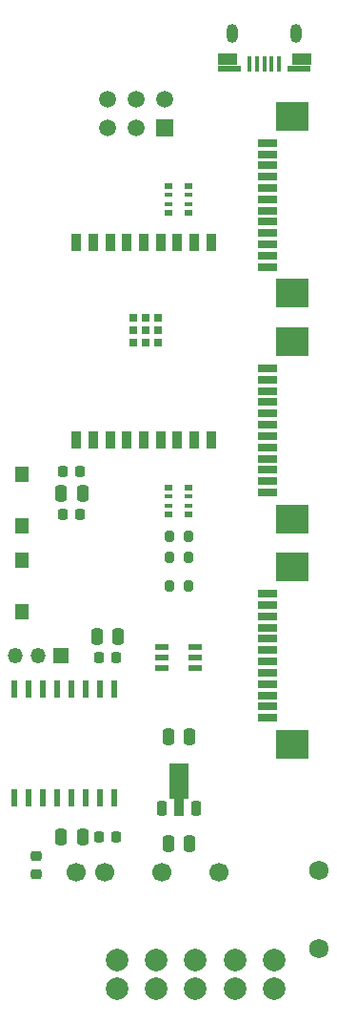
<source format=gbr>
%TF.GenerationSoftware,KiCad,Pcbnew,9.0.1*%
%TF.CreationDate,2025-05-24T17:26:16+03:00*%
%TF.ProjectId,PM_MCU-ESP32_C3,504d5f4d-4355-42d4-9553-5033325f4333,rev?*%
%TF.SameCoordinates,Original*%
%TF.FileFunction,Soldermask,Top*%
%TF.FilePolarity,Negative*%
%FSLAX46Y46*%
G04 Gerber Fmt 4.6, Leading zero omitted, Abs format (unit mm)*
G04 Created by KiCad (PCBNEW 9.0.1) date 2025-05-24 17:26:16*
%MOMM*%
%LPD*%
G01*
G04 APERTURE LIST*
G04 Aperture macros list*
%AMRoundRect*
0 Rectangle with rounded corners*
0 $1 Rounding radius*
0 $2 $3 $4 $5 $6 $7 $8 $9 X,Y pos of 4 corners*
0 Add a 4 corners polygon primitive as box body*
4,1,4,$2,$3,$4,$5,$6,$7,$8,$9,$2,$3,0*
0 Add four circle primitives for the rounded corners*
1,1,$1+$1,$2,$3*
1,1,$1+$1,$4,$5*
1,1,$1+$1,$6,$7*
1,1,$1+$1,$8,$9*
0 Add four rect primitives between the rounded corners*
20,1,$1+$1,$2,$3,$4,$5,0*
20,1,$1+$1,$4,$5,$6,$7,0*
20,1,$1+$1,$6,$7,$8,$9,0*
20,1,$1+$1,$8,$9,$2,$3,0*%
%AMFreePoly0*
4,1,9,3.862500,-0.866500,0.737500,-0.866500,0.737500,-0.450000,-0.737500,-0.450000,-0.737500,0.450000,0.737500,0.450000,0.737500,0.866500,3.862500,0.866500,3.862500,-0.866500,3.862500,-0.866500,$1*%
G04 Aperture macros list end*
%ADD10R,1.803400X0.635000*%
%ADD11R,2.997200X2.590800*%
%ADD12R,1.244600X1.346200*%
%ADD13R,0.889000X1.498600*%
%ADD14R,0.711200X0.711200*%
%ADD15RoundRect,0.225000X0.225000X0.250000X-0.225000X0.250000X-0.225000X-0.250000X0.225000X-0.250000X0*%
%ADD16R,1.500000X1.500000*%
%ADD17C,1.500000*%
%ADD18RoundRect,0.225000X0.225000X-0.425000X0.225000X0.425000X-0.225000X0.425000X-0.225000X-0.425000X0*%
%ADD19FreePoly0,90.000000*%
%ADD20R,0.406400X1.350000*%
%ADD21R,1.679095X1.075150*%
%ADD22R,2.108196X0.525058*%
%ADD23O,1.000000X1.700000*%
%ADD24R,0.800000X0.500000*%
%ADD25R,0.800000X0.400000*%
%ADD26RoundRect,0.250000X0.250000X0.475000X-0.250000X0.475000X-0.250000X-0.475000X0.250000X-0.475000X0*%
%ADD27R,0.482600X1.549400*%
%ADD28C,2.000000*%
%ADD29RoundRect,0.200000X-0.200000X-0.275000X0.200000X-0.275000X0.200000X0.275000X-0.200000X0.275000X0*%
%ADD30RoundRect,0.250000X-0.250000X-0.475000X0.250000X-0.475000X0.250000X0.475000X-0.250000X0.475000X0*%
%ADD31R,1.181100X0.558800*%
%ADD32C,1.725000*%
%ADD33C,1.700000*%
%ADD34R,1.350000X1.350000*%
%ADD35O,1.350000X1.350000*%
%ADD36RoundRect,0.225000X0.250000X-0.225000X0.250000X0.225000X-0.250000X0.225000X-0.250000X-0.225000X0*%
G04 APERTURE END LIST*
D10*
%TO.C,J3*%
X24444000Y24500008D03*
X24444000Y25500006D03*
X24444000Y26500004D03*
X24444000Y27500002D03*
X24444000Y28500000D03*
X24444000Y29500000D03*
X24444000Y30500000D03*
X24444000Y31500000D03*
X24444000Y32499998D03*
X24444000Y33499996D03*
X24444000Y34499994D03*
X24444000Y35499992D03*
D11*
X26614001Y22149997D03*
X26614001Y37850003D03*
%TD*%
D10*
%TO.C,J2*%
X24444000Y4500008D03*
X24444000Y5500006D03*
X24444000Y6500004D03*
X24444000Y7500002D03*
X24444000Y8500000D03*
X24444000Y9500000D03*
X24444000Y10500000D03*
X24444000Y11500000D03*
X24444000Y12499998D03*
X24444000Y13499996D03*
X24444000Y14499994D03*
X24444000Y15499992D03*
D11*
X26614001Y2149997D03*
X26614001Y17850003D03*
%TD*%
D12*
%TO.C,SW2*%
X2540000Y6096000D03*
X2540000Y1524000D03*
%TD*%
D13*
%TO.C,U1*%
X7390002Y9170000D03*
X8890001Y9170000D03*
X10390001Y9170000D03*
X11890000Y9170000D03*
X13390000Y9170000D03*
X14890000Y9170000D03*
X16390002Y9170000D03*
X17890001Y9170000D03*
X19390001Y9170000D03*
X19389998Y26670000D03*
X17889999Y26670000D03*
X16389999Y26670000D03*
X14890000Y26670000D03*
X13390000Y26670000D03*
X11890000Y26670000D03*
X10389998Y26670000D03*
X8889999Y26670000D03*
X7389999Y26670000D03*
D14*
X12490000Y17780000D03*
X13590000Y17780000D03*
X14690000Y17780000D03*
X12490000Y18880000D03*
X13590000Y18880000D03*
X14690000Y18880000D03*
X12490000Y19980000D03*
X13590000Y19980000D03*
X14690000Y19980000D03*
%TD*%
D15*
%TO.C,C8*%
X10935000Y-10160000D03*
X9385000Y-10160000D03*
%TD*%
%TO.C,C1*%
X7760000Y2540000D03*
X6210000Y2540000D03*
%TD*%
D16*
%TO.C,SW4*%
X15240000Y36830000D03*
D17*
X12700000Y36830000D03*
X10160000Y36830000D03*
X10160000Y39370000D03*
X12700000Y39370000D03*
X15240000Y39370000D03*
%TD*%
D18*
%TO.C,U2*%
X15010000Y-23540000D03*
D19*
X16510000Y-23452500D03*
D18*
X18010000Y-23540000D03*
%TD*%
D20*
%TO.C,J1*%
X25430000Y42527092D03*
X24780014Y42527092D03*
X24130028Y42527092D03*
X23480042Y42527092D03*
D21*
X27444579Y42914733D03*
D22*
X27230029Y42114629D03*
D23*
X26955029Y45202208D03*
D20*
X22830056Y42527092D03*
D23*
X21305027Y45202208D03*
D22*
X21030031Y42114621D03*
D21*
X20815481Y42914725D03*
%TD*%
D15*
%TO.C,C5*%
X7760000Y6350000D03*
X6210000Y6350000D03*
%TD*%
D24*
%TO.C,RN2*%
X15610000Y4940000D03*
D25*
X15610000Y4140000D03*
X15610000Y3340000D03*
D24*
X15610000Y2540000D03*
X17410000Y2540000D03*
D25*
X17410000Y3340000D03*
X17410000Y4140000D03*
D24*
X17410000Y4940000D03*
%TD*%
D26*
%TO.C,C10*%
X17460000Y-26670000D03*
X15560000Y-26670000D03*
%TD*%
D27*
%TO.C,U6*%
X10795000Y-12954000D03*
X9525000Y-12954000D03*
X8255000Y-12954000D03*
X6985000Y-12954000D03*
X5715000Y-12954000D03*
X4445000Y-12954000D03*
X3175000Y-12954000D03*
X1905000Y-12954000D03*
X1905000Y-22606000D03*
X3175000Y-22606000D03*
X4445000Y-22606000D03*
X5715000Y-22606000D03*
X6985000Y-22606000D03*
X8255000Y-22606000D03*
X9525000Y-22606000D03*
X10795000Y-22606000D03*
%TD*%
D10*
%TO.C,J4*%
X24444000Y-15499992D03*
X24444000Y-14499994D03*
X24444000Y-13499996D03*
X24444000Y-12499998D03*
X24444000Y-11500000D03*
X24444000Y-10500000D03*
X24444000Y-9500000D03*
X24444000Y-8500000D03*
X24444000Y-7500002D03*
X24444000Y-6500004D03*
X24444000Y-5500006D03*
X24444000Y-4500008D03*
D11*
X26614001Y-17850003D03*
X26614001Y-2149997D03*
%TD*%
D28*
%TO.C,J6*%
X11000000Y-37000000D03*
X14500000Y-37000000D03*
X18000000Y-37000000D03*
X21500000Y-37000000D03*
X25000000Y-37000000D03*
X11000000Y-39500000D03*
X14500000Y-39500000D03*
X18000000Y-39500000D03*
X21500000Y-39500000D03*
X25000000Y-39500000D03*
%TD*%
D29*
%TO.C,R3*%
X15685000Y635000D03*
X17335000Y635000D03*
%TD*%
D30*
%TO.C,C3*%
X6035000Y-26035000D03*
X7935000Y-26035000D03*
%TD*%
D31*
%TO.C,U5*%
X15043150Y-9209999D03*
X15043150Y-10160000D03*
X15043150Y-11110001D03*
X17976850Y-11110001D03*
X17976850Y-10160000D03*
X17976850Y-9209999D03*
%TD*%
D15*
%TO.C,C9*%
X10935000Y-26035000D03*
X9385000Y-26035000D03*
%TD*%
D26*
%TO.C,C6*%
X11110000Y-8255000D03*
X9210000Y-8255000D03*
%TD*%
D32*
%TO.C,U4*%
X29000000Y-36000000D03*
%TD*%
D29*
%TO.C,R1*%
X15685000Y-1270000D03*
X17335000Y-1270000D03*
%TD*%
D26*
%TO.C,C4*%
X17460000Y-17145000D03*
X15560000Y-17145000D03*
%TD*%
%TO.C,C2*%
X7935000Y4445000D03*
X6035000Y4445000D03*
%TD*%
D12*
%TO.C,SW1*%
X2540000Y-6096000D03*
X2540000Y-1524000D03*
%TD*%
D33*
%TO.C,PS1*%
X7416800Y-29210000D03*
X9956800Y-29210000D03*
X15036800Y-29210000D03*
X20116800Y-29210000D03*
%TD*%
D29*
%TO.C,R5*%
X15685000Y-3810000D03*
X17335000Y-3810000D03*
%TD*%
D24*
%TO.C,RN1*%
X15610000Y31680000D03*
D25*
X15610000Y30880000D03*
X15610000Y30080000D03*
D24*
X15610000Y29280000D03*
X17410000Y29280000D03*
D25*
X17410000Y30080000D03*
X17410000Y30880000D03*
D24*
X17410000Y31680000D03*
%TD*%
D34*
%TO.C,J7*%
X6000000Y-10000000D03*
D35*
X4000000Y-10000000D03*
X2000000Y-10000000D03*
%TD*%
D36*
%TO.C,C7*%
X3810000Y-29350000D03*
X3810000Y-27800000D03*
%TD*%
D32*
%TO.C,U3*%
X29000000Y-29000000D03*
%TD*%
M02*

</source>
